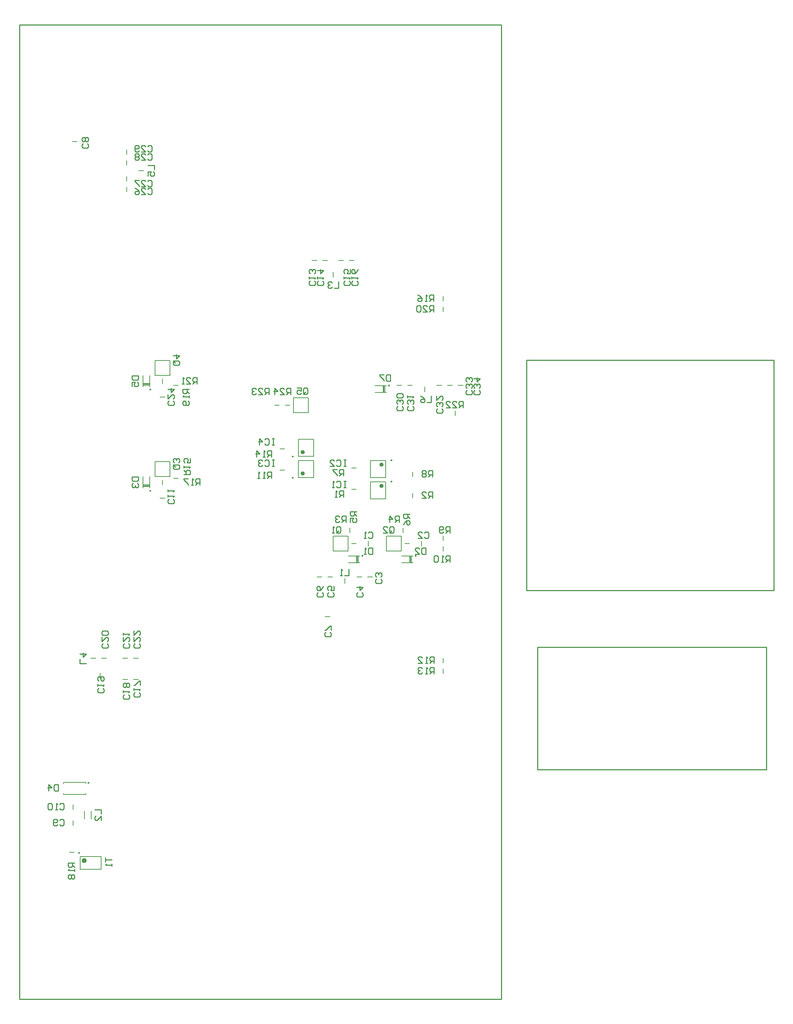
<source format=gbo>
G04 Layer_Color=32896*
%FSLAX44Y44*%
%MOMM*%
G71*
G01*
G75*
%ADD10C,0.5000*%
%ADD44C,0.2000*%
%ADD45C,0.2540*%
%ADD46C,0.1270*%
%ADD80C,0.1016*%
%ADD81C,0.6000*%
%ADD82C,0.2500*%
D10*
X578450Y980100D02*
G03*
X578450Y980100I-2500J0D01*
G01*
Y929300D02*
G03*
X578450Y929300I-2500J0D01*
G01*
X766400Y950300D02*
G03*
X766400Y950300I-2500J0D01*
G01*
Y899500D02*
G03*
X766400Y899500I-2500J0D01*
G01*
D44*
X838200Y870800D02*
Y881800D01*
X172050Y488840D02*
X183550D01*
X172050Y438040D02*
X183550D01*
X508850Y1092200D02*
X519850D01*
X534250D02*
X545250D01*
X94850Y-15500D02*
Y15500D01*
X44850Y-15500D02*
Y15500D01*
Y-15500D02*
X94850D01*
X44850Y15500D02*
X94850D01*
X241300Y1143850D02*
Y1154850D01*
X910750Y1315300D02*
Y1326300D01*
X267550Y1139350D02*
X278550D01*
X19900Y25400D02*
X30900D01*
X241300Y902550D02*
Y913550D01*
X910750Y1340700D02*
Y1351700D01*
X267550Y918050D02*
X278550D01*
X910750Y451700D02*
Y462700D01*
Y477100D02*
Y488100D01*
Y743800D02*
Y754800D01*
Y769200D02*
Y780200D01*
X693000Y942500D02*
X704000D01*
X820000Y762000D02*
X831000D01*
X693000D02*
X704000D01*
X693000Y891700D02*
X704000D01*
X184500Y1651800D02*
X196500D01*
X70200Y488840D02*
X82200D01*
X648500Y1397350D02*
Y1409350D01*
X55500Y104800D02*
Y123800D01*
X71500Y104800D02*
Y123800D01*
X676800Y667100D02*
Y679100D01*
X565950Y970100D02*
Y1011100D01*
Y970100D02*
X602450D01*
Y1011100D01*
X565950D02*
X602450D01*
X565950Y919300D02*
Y960300D01*
Y919300D02*
X602450D01*
Y960300D01*
X565950D02*
X602450D01*
X773900Y919300D02*
Y960300D01*
X737400D02*
X773900D01*
X737400Y919300D02*
Y960300D01*
Y919300D02*
X773900D01*
Y868500D02*
Y909500D01*
X737400D02*
X773900D01*
X737400Y868500D02*
Y909500D01*
Y868500D02*
X773900D01*
X211200Y1136250D02*
Y1163250D01*
X195200Y1136250D02*
Y1163250D01*
Y1139750D02*
X211200D01*
X195200Y1141750D02*
X211200D01*
X195200Y1143750D02*
X211200D01*
X5250Y163300D02*
Y166050D01*
X58250Y163300D02*
Y166050D01*
X5250Y189550D02*
Y192300D01*
X58250Y189550D02*
Y192300D01*
X5250Y163300D02*
X58250D01*
X5250Y192300D02*
X58250D01*
X211200Y894550D02*
Y921550D01*
X195200Y894550D02*
Y921550D01*
Y898050D02*
X211200D01*
X195200Y900050D02*
X211200D01*
X195200Y902050D02*
X211200D01*
X812000Y731900D02*
X839000D01*
X812000Y715900D02*
X839000D01*
X835500D02*
Y731900D01*
X833500Y715900D02*
Y731900D01*
X831500Y715900D02*
Y731900D01*
X685000D02*
X712000D01*
X685000Y715900D02*
X712000D01*
X708500D02*
Y731900D01*
X706500Y715900D02*
Y731900D01*
X704500Y715900D02*
Y731900D01*
X156100Y1690500D02*
Y1702000D01*
Y1665100D02*
Y1676600D01*
Y1627000D02*
Y1638500D01*
Y1601600D02*
Y1613100D01*
X235550Y1111250D02*
X247050D01*
X146650Y488840D02*
X158150D01*
X95850D02*
X107350D01*
X92600Y441290D02*
Y452790D01*
X146650Y438040D02*
X158150D01*
X687200Y1437750D02*
X698700D01*
X661800D02*
X673300D01*
X623700D02*
X635200D01*
X598300D02*
X609800D01*
X235550Y869950D02*
X247050D01*
X28050Y127600D02*
Y139100D01*
Y89500D02*
Y101000D01*
X26000Y1720850D02*
X37500D01*
X629250Y587900D02*
X640750D01*
X610200Y682100D02*
X621700D01*
X635600D02*
X647100D01*
X705450D02*
X716950D01*
X730850D02*
X742350D01*
X859900Y756250D02*
Y767750D01*
X732900Y756250D02*
Y767750D01*
X815500Y788250D02*
Y799250D01*
X521550Y987900D02*
X532550D01*
X838200Y921600D02*
Y932600D01*
X521550Y937100D02*
X532550D01*
X688500Y788250D02*
Y799250D01*
X939800Y1067650D02*
Y1078650D01*
X867300Y1124300D02*
Y1136300D01*
X946750Y1139300D02*
X958250D01*
X921350D02*
X932850D01*
X895950D02*
X907450D01*
X826100D02*
X837600D01*
X800700D02*
X812200D01*
X768000Y1122300D02*
Y1138300D01*
X770000Y1122300D02*
Y1138300D01*
X772000Y1122300D02*
Y1138300D01*
X748500Y1122300D02*
X775500D01*
X748500Y1138300D02*
X775500D01*
D45*
X-100000Y-325000D02*
X1050000D01*
Y2000000D01*
X-100000D02*
X1050000D01*
X-100000Y-325000D02*
Y2000000D01*
X1682750Y222250D02*
Y514350D01*
X1136650D02*
X1682750D01*
X1136650Y222250D02*
X1682750D01*
X1136650D02*
Y514350D01*
X1110000Y650000D02*
Y1200000D01*
X1700000D01*
Y650000D02*
Y1200000D01*
X1110000Y650000D02*
X1700000D01*
X546862Y1117600D02*
Y1132835D01*
X539244D01*
X536705Y1130296D01*
Y1125218D01*
X539244Y1122678D01*
X546862D01*
X541784D02*
X536705Y1117600D01*
X521470D02*
X531627D01*
X521470Y1127757D01*
Y1130296D01*
X524009Y1132835D01*
X529088D01*
X531627Y1130296D01*
X508774Y1117600D02*
Y1132835D01*
X516392Y1125218D01*
X506235D01*
X495300Y1117600D02*
Y1132835D01*
X487682D01*
X485143Y1130296D01*
Y1125218D01*
X487682Y1122678D01*
X495300D01*
X490222D02*
X485143Y1117600D01*
X469908D02*
X480065D01*
X469908Y1127757D01*
Y1130296D01*
X472447Y1132835D01*
X477526D01*
X480065Y1130296D01*
X464830D02*
X462291Y1132835D01*
X457212D01*
X454673Y1130296D01*
Y1127757D01*
X457212Y1125218D01*
X459752D01*
X457212D01*
X454673Y1122678D01*
Y1120139D01*
X457212Y1117600D01*
X462291D01*
X464830Y1120139D01*
X577345Y1120647D02*
Y1130804D01*
X579884Y1133343D01*
X584963D01*
X587502Y1130804D01*
Y1120647D01*
X584963Y1118108D01*
X579884D01*
X582424Y1123186D02*
X577345Y1118108D01*
X579884D02*
X577345Y1120647D01*
X562110Y1133343D02*
X572267D01*
Y1125725D01*
X567189Y1128265D01*
X564649D01*
X562110Y1125725D01*
Y1120647D01*
X564649Y1118108D01*
X569728D01*
X572267Y1120647D01*
X168915Y1162450D02*
X184150D01*
Y1154833D01*
X181611Y1152293D01*
X171454D01*
X168915Y1154833D01*
Y1162450D01*
Y1137058D02*
Y1147215D01*
X176532D01*
X173993Y1142137D01*
Y1139597D01*
X176532Y1137058D01*
X181611D01*
X184150Y1139597D01*
Y1144676D01*
X181611Y1147215D01*
X869950Y751835D02*
Y736600D01*
X862333D01*
X859793Y739139D01*
Y749296D01*
X862333Y751835D01*
X869950D01*
X844558Y736600D02*
X854715D01*
X844558Y746757D01*
Y749296D01*
X847097Y751835D01*
X852176D01*
X854715Y749296D01*
X927100Y717550D02*
Y732785D01*
X919482D01*
X916943Y730246D01*
Y725167D01*
X919482Y722628D01*
X927100D01*
X922022D02*
X916943Y717550D01*
X911865D02*
X906787D01*
X909326D01*
Y732785D01*
X911865Y730246D01*
X899169D02*
X896630Y732785D01*
X891552D01*
X889012Y730246D01*
Y720089D01*
X891552Y717550D01*
X896630D01*
X899169Y720089D01*
Y730246D01*
X927100Y787400D02*
Y802635D01*
X919482D01*
X916943Y800096D01*
Y795017D01*
X919482Y792478D01*
X927100D01*
X922022D02*
X916943Y787400D01*
X911865Y789939D02*
X909326Y787400D01*
X904247D01*
X901708Y789939D01*
Y800096D01*
X904247Y802635D01*
X909326D01*
X911865Y800096D01*
Y797557D01*
X909326Y795017D01*
X901708D01*
X831850Y831850D02*
X816615D01*
Y824232D01*
X819154Y821693D01*
X824232D01*
X826772Y824232D01*
Y831850D01*
Y826772D02*
X831850Y821693D01*
X816615Y806458D02*
X819154Y811537D01*
X824232Y816615D01*
X829311D01*
X831850Y814076D01*
Y808997D01*
X829311Y806458D01*
X826772D01*
X824232Y808997D01*
Y816615D01*
X806450Y812800D02*
Y828035D01*
X798832D01*
X796293Y825496D01*
Y820417D01*
X798832Y817878D01*
X806450D01*
X801372D02*
X796293Y812800D01*
X783597D02*
Y828035D01*
X791215Y820417D01*
X781058D01*
X783593Y789939D02*
Y800096D01*
X786133Y802635D01*
X791211D01*
X793750Y800096D01*
Y789939D01*
X791211Y787400D01*
X786133D01*
X788672Y792478D02*
X783593Y787400D01*
X786133D02*
X783593Y789939D01*
X768358Y787400D02*
X778515D01*
X768358Y797557D01*
Y800096D01*
X770897Y802635D01*
X775976D01*
X778515Y800096D01*
X685800Y701035D02*
Y685800D01*
X675643D01*
X670565D02*
X665487D01*
X668026D01*
Y701035D01*
X670565Y698496D01*
X641346Y549907D02*
X643885Y547368D01*
Y542289D01*
X641346Y539750D01*
X631189D01*
X628650Y542289D01*
Y547368D01*
X631189Y549907D01*
X643885Y554985D02*
Y565142D01*
X641346D01*
X631189Y554985D01*
X628650D01*
X622296Y645157D02*
X624835Y642617D01*
Y637539D01*
X622296Y635000D01*
X612139D01*
X609600Y637539D01*
Y642617D01*
X612139Y645157D01*
X624835Y660392D02*
X622296Y655313D01*
X617217Y650235D01*
X612139D01*
X609600Y652774D01*
Y657853D01*
X612139Y660392D01*
X614678D01*
X617217Y657853D01*
Y650235D01*
X647696Y645157D02*
X650235Y642617D01*
Y637539D01*
X647696Y635000D01*
X637539D01*
X635000Y637539D01*
Y642617D01*
X637539Y645157D01*
X650235Y660392D02*
Y650235D01*
X642617D01*
X645157Y655313D01*
Y657853D01*
X642617Y660392D01*
X637539D01*
X635000Y657853D01*
Y652774D01*
X637539Y650235D01*
X717546Y645157D02*
X720085Y642617D01*
Y637539D01*
X717546Y635000D01*
X707389D01*
X704850Y637539D01*
Y642617D01*
X707389Y645157D01*
X704850Y657853D02*
X720085D01*
X712467Y650235D01*
Y660392D01*
X761996Y676907D02*
X764535Y674368D01*
Y669289D01*
X761996Y666750D01*
X751839D01*
X749300Y669289D01*
Y674368D01*
X751839Y676907D01*
X761996Y681985D02*
X764535Y684524D01*
Y689603D01*
X761996Y692142D01*
X759457D01*
X756917Y689603D01*
Y687063D01*
Y689603D01*
X754378Y692142D01*
X751839D01*
X749300Y689603D01*
Y684524D01*
X751839Y681985D01*
X866143Y787396D02*
X868682Y789935D01*
X873761D01*
X876300Y787396D01*
Y777239D01*
X873761Y774700D01*
X868682D01*
X866143Y777239D01*
X850908Y774700D02*
X861065D01*
X850908Y784857D01*
Y787396D01*
X853447Y789935D01*
X858526D01*
X861065Y787396D01*
X501650Y968850D02*
Y984085D01*
X494033D01*
X491493Y981546D01*
Y976468D01*
X494033Y973928D01*
X501650D01*
X496572D02*
X491493Y968850D01*
X486415D02*
X481337D01*
X483876D01*
Y984085D01*
X486415Y981546D01*
X466101Y968850D02*
Y984085D01*
X473719Y976468D01*
X463562D01*
X885350Y920750D02*
Y935985D01*
X877732D01*
X875193Y933446D01*
Y928367D01*
X877732Y925828D01*
X885350D01*
X880272D02*
X875193Y920750D01*
X870115Y933446D02*
X867576Y935985D01*
X862497D01*
X859958Y933446D01*
Y930907D01*
X862497Y928367D01*
X859958Y925828D01*
Y923289D01*
X862497Y920750D01*
X867576D01*
X870115Y923289D01*
Y925828D01*
X867576Y928367D01*
X870115Y930907D01*
Y933446D01*
X867576Y928367D02*
X862497D01*
X673100Y923450D02*
Y938685D01*
X665482D01*
X662943Y936146D01*
Y931068D01*
X665482Y928528D01*
X673100D01*
X668022D02*
X662943Y923450D01*
X657865Y938685D02*
X647708D01*
Y936146D01*
X657865Y925989D01*
Y923450D01*
X885350Y869950D02*
Y885185D01*
X877732D01*
X875193Y882646D01*
Y877568D01*
X877732Y875028D01*
X885350D01*
X880272D02*
X875193Y869950D01*
X859958D02*
X870115D01*
X859958Y880107D01*
Y882646D01*
X862497Y885185D01*
X867576D01*
X870115Y882646D01*
X673100Y872650D02*
Y887885D01*
X665482D01*
X662943Y885346D01*
Y880267D01*
X665482Y877728D01*
X673100D01*
X668022D02*
X662943Y872650D01*
X657865D02*
X652787D01*
X655326D01*
Y887885D01*
X657865Y885346D01*
X508000Y1012185D02*
X502922D01*
X505461D01*
Y996950D01*
X508000D01*
X502922D01*
X485147Y1009646D02*
X487687Y1012185D01*
X492765D01*
X495304Y1009646D01*
Y999489D01*
X492765Y996950D01*
X487687D01*
X485147Y999489D01*
X472452Y996950D02*
Y1012185D01*
X480069Y1004567D01*
X469912D01*
X679450Y961385D02*
X674372D01*
X676911D01*
Y946150D01*
X679450D01*
X674372D01*
X656597Y958846D02*
X659137Y961385D01*
X664215D01*
X666754Y958846D01*
Y948689D01*
X664215Y946150D01*
X659137D01*
X656597Y948689D01*
X641362Y946150D02*
X651519D01*
X641362Y956307D01*
Y958846D01*
X643902Y961385D01*
X648980D01*
X651519Y958846D01*
X679450Y910585D02*
X674372D01*
X676911D01*
Y895350D01*
X679450D01*
X674372D01*
X656597Y908046D02*
X659137Y910585D01*
X664215D01*
X666754Y908046D01*
Y897889D01*
X664215Y895350D01*
X659137D01*
X656597Y897889D01*
X651519Y895350D02*
X646441D01*
X648980D01*
Y910585D01*
X651519Y908046D01*
X61845Y1716402D02*
X64384Y1713862D01*
Y1708784D01*
X61845Y1706245D01*
X51688D01*
X49149Y1708784D01*
Y1713862D01*
X51688Y1716402D01*
X61845Y1721480D02*
X64384Y1724019D01*
Y1729098D01*
X61845Y1731637D01*
X59306D01*
X56767Y1729098D01*
X54227Y1731637D01*
X51688D01*
X49149Y1729098D01*
Y1724019D01*
X51688Y1721480D01*
X54227D01*
X56767Y1724019D01*
X59306Y1721480D01*
X61845D01*
X56767Y1724019D02*
Y1729098D01*
X889000Y450850D02*
Y466085D01*
X881383D01*
X878843Y463546D01*
Y458467D01*
X881383Y455928D01*
X889000D01*
X883922D02*
X878843Y450850D01*
X873765D02*
X868687D01*
X871226D01*
Y466085D01*
X873765Y463546D01*
X861069D02*
X858530Y466085D01*
X853452D01*
X850912Y463546D01*
Y461007D01*
X853452Y458467D01*
X855991D01*
X853452D01*
X850912Y455928D01*
Y453389D01*
X853452Y450850D01*
X858530D01*
X861069Y453389D01*
X889000Y476250D02*
Y491485D01*
X881383D01*
X878843Y488946D01*
Y483867D01*
X881383Y481328D01*
X889000D01*
X883922D02*
X878843Y476250D01*
X873765D02*
X868687D01*
X871226D01*
Y491485D01*
X873765Y488946D01*
X850912Y476250D02*
X861069D01*
X850912Y486407D01*
Y488946D01*
X853452Y491485D01*
X858530D01*
X861069Y488946D01*
X269239Y949957D02*
X279396D01*
X281935Y947418D01*
Y942339D01*
X279396Y939800D01*
X269239D01*
X266700Y942339D01*
Y947418D01*
X271778Y944878D02*
X266700Y949957D01*
Y947418D02*
X269239Y949957D01*
X279396Y955035D02*
X281935Y957574D01*
Y962653D01*
X279396Y965192D01*
X276857D01*
X274317Y962653D01*
Y960113D01*
Y962653D01*
X271778Y965192D01*
X269239D01*
X266700Y962653D01*
Y957574D01*
X269239Y955035D01*
X661200Y1386835D02*
Y1371600D01*
X651043D01*
X645965Y1384296D02*
X643426Y1386835D01*
X638347D01*
X635808Y1384296D01*
Y1381757D01*
X638347Y1379218D01*
X640887D01*
X638347D01*
X635808Y1376678D01*
Y1374139D01*
X638347Y1371600D01*
X643426D01*
X645965Y1374139D01*
X508000Y961385D02*
X502922D01*
X505461D01*
Y946150D01*
X508000D01*
X502922D01*
X485147Y958846D02*
X487687Y961385D01*
X492765D01*
X495304Y958846D01*
Y948689D01*
X492765Y946150D01*
X487687D01*
X485147Y948689D01*
X480069Y958846D02*
X477530Y961385D01*
X472452D01*
X469912Y958846D01*
Y956307D01*
X472452Y953767D01*
X474991D01*
X472452D01*
X469912Y951228D01*
Y948689D01*
X472452Y946150D01*
X477530D01*
X480069Y948689D01*
X185416Y523237D02*
X187955Y520698D01*
Y515619D01*
X185416Y513080D01*
X175259D01*
X172720Y515619D01*
Y520698D01*
X175259Y523237D01*
X172720Y538472D02*
Y528315D01*
X182877Y538472D01*
X185416D01*
X187955Y535933D01*
Y530854D01*
X185416Y528315D01*
X172720Y553707D02*
Y543550D01*
X182877Y553707D01*
X185416D01*
X187955Y551168D01*
Y546089D01*
X185416Y543550D01*
X160016Y523237D02*
X162555Y520698D01*
Y515619D01*
X160016Y513080D01*
X149859D01*
X147320Y515619D01*
Y520698D01*
X149859Y523237D01*
X147320Y538472D02*
Y528315D01*
X157477Y538472D01*
X160016D01*
X162555Y535933D01*
Y530854D01*
X160016Y528315D01*
X147320Y543550D02*
Y548629D01*
Y546089D01*
X162555D01*
X160016Y543550D01*
X109216Y523237D02*
X111755Y520698D01*
Y515619D01*
X109216Y513080D01*
X99059D01*
X96520Y515619D01*
Y520698D01*
X99059Y523237D01*
X96520Y538472D02*
Y528315D01*
X106677Y538472D01*
X109216D01*
X111755Y535933D01*
Y530854D01*
X109216Y528315D01*
Y543550D02*
X111755Y546089D01*
Y551168D01*
X109216Y553707D01*
X99059D01*
X96520Y551168D01*
Y546089D01*
X99059Y543550D01*
X109216D01*
X185416Y406397D02*
X187955Y403857D01*
Y398779D01*
X185416Y396240D01*
X175259D01*
X172720Y398779D01*
Y403857D01*
X175259Y406397D01*
X172720Y411475D02*
Y416553D01*
Y414014D01*
X187955D01*
X185416Y411475D01*
X187955Y424171D02*
Y434328D01*
X185416D01*
X175259Y424171D01*
X172720D01*
X160016Y401317D02*
X162555Y398778D01*
Y393699D01*
X160016Y391160D01*
X149859D01*
X147320Y393699D01*
Y398778D01*
X149859Y401317D01*
X147320Y406395D02*
Y411473D01*
Y408934D01*
X162555D01*
X160016Y406395D01*
Y419091D02*
X162555Y421630D01*
Y426708D01*
X160016Y429248D01*
X157477D01*
X154937Y426708D01*
X152398Y429248D01*
X149859D01*
X147320Y426708D01*
Y421630D01*
X149859Y419091D01*
X152398D01*
X154937Y421630D01*
X157477Y419091D01*
X160016D01*
X154937Y421630D02*
Y426708D01*
X99056Y416557D02*
X101595Y414017D01*
Y408939D01*
X99056Y406400D01*
X88899D01*
X86360Y408939D01*
Y414017D01*
X88899Y416557D01*
X86360Y421635D02*
Y426713D01*
Y424174D01*
X101595D01*
X99056Y421635D01*
X88899Y434331D02*
X86360Y436870D01*
Y441949D01*
X88899Y444488D01*
X99056D01*
X101595Y441949D01*
Y436870D01*
X99056Y434331D01*
X96517D01*
X93977Y436870D01*
Y444488D01*
X266696Y867407D02*
X269235Y864867D01*
Y859789D01*
X266696Y857250D01*
X256539D01*
X254000Y859789D01*
Y864867D01*
X256539Y867407D01*
X254000Y872485D02*
Y877563D01*
Y875024D01*
X269235D01*
X266696Y872485D01*
X254000Y885181D02*
Y890259D01*
Y887720D01*
X269235D01*
X266696Y885181D01*
X604046Y1388107D02*
X606585Y1385568D01*
Y1380489D01*
X604046Y1377950D01*
X593889D01*
X591350Y1380489D01*
Y1385568D01*
X593889Y1388107D01*
X591350Y1393185D02*
Y1398263D01*
Y1395724D01*
X606585D01*
X604046Y1393185D01*
Y1405881D02*
X606585Y1408420D01*
Y1413499D01*
X604046Y1416038D01*
X601507D01*
X598968Y1413499D01*
Y1410959D01*
Y1413499D01*
X596428Y1416038D01*
X593889D01*
X591350Y1413499D01*
Y1408420D01*
X593889Y1405881D01*
X623096Y1388107D02*
X625635Y1385568D01*
Y1380489D01*
X623096Y1377950D01*
X612939D01*
X610400Y1380489D01*
Y1385568D01*
X612939Y1388107D01*
X610400Y1393185D02*
Y1398263D01*
Y1395724D01*
X625635D01*
X623096Y1393185D01*
X610400Y1413499D02*
X625635D01*
X618018Y1405881D01*
Y1416038D01*
X686596Y1388107D02*
X689135Y1385568D01*
Y1380489D01*
X686596Y1377950D01*
X676439D01*
X673900Y1380489D01*
Y1385568D01*
X676439Y1388107D01*
X673900Y1393185D02*
Y1398263D01*
Y1395724D01*
X689135D01*
X686596Y1393185D01*
X689135Y1416038D02*
Y1405881D01*
X681517D01*
X684057Y1410959D01*
Y1413499D01*
X681517Y1416038D01*
X676439D01*
X673900Y1413499D01*
Y1408420D01*
X676439Y1405881D01*
X705646Y1388107D02*
X708185Y1385568D01*
Y1380489D01*
X705646Y1377950D01*
X695489D01*
X692950Y1380489D01*
Y1385568D01*
X695489Y1388107D01*
X692950Y1393185D02*
Y1398263D01*
Y1395724D01*
X708185D01*
X705646Y1393185D01*
X708185Y1416038D02*
X705646Y1410959D01*
X700567Y1405881D01*
X695489D01*
X692950Y1408420D01*
Y1413499D01*
X695489Y1416038D01*
X698028D01*
X700567Y1413499D01*
Y1405881D01*
X266696Y1102357D02*
X269235Y1099818D01*
Y1094739D01*
X266696Y1092200D01*
X256539D01*
X254000Y1094739D01*
Y1099818D01*
X256539Y1102357D01*
X254000Y1117592D02*
Y1107435D01*
X264157Y1117592D01*
X266696D01*
X269235Y1115053D01*
Y1109974D01*
X266696Y1107435D01*
X254000Y1130288D02*
X269235D01*
X261618Y1122670D01*
Y1132827D01*
X205743Y1607346D02*
X208282Y1609885D01*
X213361D01*
X215900Y1607346D01*
Y1597189D01*
X213361Y1594650D01*
X208282D01*
X205743Y1597189D01*
X190508Y1594650D02*
X200665D01*
X190508Y1604807D01*
Y1607346D01*
X193047Y1609885D01*
X198126D01*
X200665Y1607346D01*
X175273Y1609885D02*
X180352Y1607346D01*
X185430Y1602267D01*
Y1597189D01*
X182891Y1594650D01*
X177812D01*
X175273Y1597189D01*
Y1599728D01*
X177812Y1602267D01*
X185430D01*
X205743Y1626396D02*
X208282Y1628935D01*
X213361D01*
X215900Y1626396D01*
Y1616239D01*
X213361Y1613700D01*
X208282D01*
X205743Y1616239D01*
X190508Y1613700D02*
X200665D01*
X190508Y1623857D01*
Y1626396D01*
X193047Y1628935D01*
X198126D01*
X200665Y1626396D01*
X185430Y1628935D02*
X175273D01*
Y1626396D01*
X185430Y1616239D01*
Y1613700D01*
X205743Y1689896D02*
X208282Y1692435D01*
X213361D01*
X215900Y1689896D01*
Y1679739D01*
X213361Y1677200D01*
X208282D01*
X205743Y1679739D01*
X190508Y1677200D02*
X200665D01*
X190508Y1687357D01*
Y1689896D01*
X193047Y1692435D01*
X198126D01*
X200665Y1689896D01*
X185430D02*
X182891Y1692435D01*
X177812D01*
X175273Y1689896D01*
Y1687357D01*
X177812Y1684818D01*
X175273Y1682278D01*
Y1679739D01*
X177812Y1677200D01*
X182891D01*
X185430Y1679739D01*
Y1682278D01*
X182891Y1684818D01*
X185430Y1687357D01*
Y1689896D01*
X182891Y1684818D02*
X177812D01*
X205743Y1708946D02*
X208282Y1711485D01*
X213361D01*
X215900Y1708946D01*
Y1698789D01*
X213361Y1696250D01*
X208282D01*
X205743Y1698789D01*
X190508Y1696250D02*
X200665D01*
X190508Y1706407D01*
Y1708946D01*
X193047Y1711485D01*
X198126D01*
X200665Y1708946D01*
X185430Y1698789D02*
X182891Y1696250D01*
X177812D01*
X175273Y1698789D01*
Y1708946D01*
X177812Y1711485D01*
X182891D01*
X185430Y1708946D01*
Y1706407D01*
X182891Y1703867D01*
X175273D01*
X742950Y751835D02*
Y736600D01*
X735332D01*
X732793Y739139D01*
Y749296D01*
X735332Y751835D01*
X742950D01*
X727715Y736600D02*
X722637D01*
X725176D01*
Y751835D01*
X727715Y749296D01*
X168915Y920750D02*
X184150D01*
Y913132D01*
X181611Y910593D01*
X171454D01*
X168915Y913132D01*
Y920750D01*
X171454Y905515D02*
X168915Y902976D01*
Y897897D01*
X171454Y895358D01*
X173993D01*
X176532Y897897D01*
Y900437D01*
Y897897D01*
X179072Y895358D01*
X181611D01*
X184150Y897897D01*
Y902976D01*
X181611Y905515D01*
X59685Y476140D02*
X44450D01*
Y486297D01*
Y498993D02*
X59685D01*
X52068Y491375D01*
Y501532D01*
X207015Y1664500D02*
X222250D01*
Y1654343D01*
X207015Y1639108D02*
Y1649265D01*
X214632D01*
X212093Y1644187D01*
Y1641647D01*
X214632Y1639108D01*
X219711D01*
X222250Y1641647D01*
Y1646726D01*
X219711Y1649265D01*
X269239Y1197607D02*
X279396D01*
X281935Y1195068D01*
Y1189989D01*
X279396Y1187450D01*
X269239D01*
X266700Y1189989D01*
Y1195068D01*
X271778Y1192528D02*
X266700Y1197607D01*
Y1195068D02*
X269239Y1197607D01*
X266700Y1210303D02*
X281935D01*
X274317Y1202685D01*
Y1212842D01*
X292100Y927100D02*
X307335D01*
Y934717D01*
X304796Y937257D01*
X299718D01*
X297178Y934717D01*
Y927100D01*
Y932178D02*
X292100Y937257D01*
Y942335D02*
Y947413D01*
Y944874D01*
X307335D01*
X304796Y942335D01*
X307335Y965188D02*
Y955031D01*
X299718D01*
X302257Y960109D01*
Y962648D01*
X299718Y965188D01*
X294639D01*
X292100Y962648D01*
Y957570D01*
X294639Y955031D01*
X330200Y901700D02*
Y916935D01*
X322583D01*
X320043Y914396D01*
Y909317D01*
X322583Y906778D01*
X330200D01*
X325122D02*
X320043Y901700D01*
X314965D02*
X309887D01*
X312426D01*
Y916935D01*
X314965Y914396D01*
X302269Y916935D02*
X292112D01*
Y914396D01*
X302269Y904239D01*
Y901700D01*
X888050Y1339850D02*
Y1355085D01*
X880433D01*
X877893Y1352546D01*
Y1347467D01*
X880433Y1344928D01*
X888050D01*
X882972D02*
X877893Y1339850D01*
X872815D02*
X867737D01*
X870276D01*
Y1355085D01*
X872815Y1352546D01*
X849962Y1355085D02*
X855041Y1352546D01*
X860119Y1347467D01*
Y1342389D01*
X857580Y1339850D01*
X852502D01*
X849962Y1342389D01*
Y1344928D01*
X852502Y1347467D01*
X860119D01*
X501650Y918050D02*
Y933285D01*
X494033D01*
X491493Y930746D01*
Y925667D01*
X494033Y923128D01*
X501650D01*
X496572D02*
X491493Y918050D01*
X486415D02*
X481337D01*
X483876D01*
Y933285D01*
X486415Y930746D01*
X473719Y918050D02*
X468641D01*
X471180D01*
Y933285D01*
X473719Y930746D01*
X304800Y1130300D02*
X289565D01*
Y1122682D01*
X292104Y1120143D01*
X297183D01*
X299722Y1122682D01*
Y1130300D01*
Y1125222D02*
X304800Y1120143D01*
Y1115065D02*
Y1109987D01*
Y1112526D01*
X289565D01*
X292104Y1115065D01*
X302261Y1102369D02*
X304800Y1099830D01*
Y1094752D01*
X302261Y1092212D01*
X292104D01*
X289565Y1094752D01*
Y1099830D01*
X292104Y1102369D01*
X294643D01*
X297183Y1099830D01*
Y1092212D01*
X323850Y1143000D02*
Y1158235D01*
X316232D01*
X313693Y1155696D01*
Y1150618D01*
X316232Y1148078D01*
X323850D01*
X318772D02*
X313693Y1143000D01*
X298458D02*
X308615D01*
X298458Y1153157D01*
Y1155696D01*
X300997Y1158235D01*
X306076D01*
X308615Y1155696D01*
X293380Y1143000D02*
X288302D01*
X290841D01*
Y1158235D01*
X293380Y1155696D01*
X888050Y1314450D02*
Y1329685D01*
X880433D01*
X877893Y1327146D01*
Y1322068D01*
X880433Y1319528D01*
X888050D01*
X882972D02*
X877893Y1314450D01*
X862658D02*
X872815D01*
X862658Y1324607D01*
Y1327146D01*
X865197Y1329685D01*
X870276D01*
X872815Y1327146D01*
X857580D02*
X855041Y1329685D01*
X849962D01*
X847423Y1327146D01*
Y1316989D01*
X849962Y1314450D01*
X855041D01*
X857580Y1316989D01*
Y1327146D01*
X80015Y127000D02*
X95250D01*
Y116843D01*
Y101608D02*
Y111765D01*
X85093Y101608D01*
X82554D01*
X80015Y104147D01*
Y109226D01*
X82554Y111765D01*
X-3807Y101596D02*
X-1268Y104135D01*
X3811D01*
X6350Y101596D01*
Y91439D01*
X3811Y88900D01*
X-1268D01*
X-3807Y91439D01*
X-8885D02*
X-11424Y88900D01*
X-16503D01*
X-19042Y91439D01*
Y101596D01*
X-16503Y104135D01*
X-11424D01*
X-8885Y101596D01*
Y99057D01*
X-11424Y96517D01*
X-19042D01*
X-3807Y139696D02*
X-1268Y142235D01*
X3811D01*
X6350Y139696D01*
Y129539D01*
X3811Y127000D01*
X-1268D01*
X-3807Y129539D01*
X-8885Y127000D02*
X-13963D01*
X-11424D01*
Y142235D01*
X-8885Y139696D01*
X-21581D02*
X-24120Y142235D01*
X-29199D01*
X-31738Y139696D01*
Y129539D01*
X-29199Y127000D01*
X-24120D01*
X-21581Y129539D01*
Y139696D01*
X-7800Y186685D02*
Y171450D01*
X-15417D01*
X-17957Y173989D01*
Y184146D01*
X-15417Y186685D01*
X-7800D01*
X-30653Y171450D02*
Y186685D01*
X-23035Y179067D01*
X-33192D01*
X31750Y0D02*
X16515D01*
Y-7617D01*
X19054Y-10157D01*
X24132D01*
X26672Y-7617D01*
Y0D01*
Y-5078D02*
X31750Y-10157D01*
Y-15235D02*
Y-20313D01*
Y-17774D01*
X16515D01*
X19054Y-15235D01*
Y-27931D02*
X16515Y-30470D01*
Y-35549D01*
X19054Y-38088D01*
X21593D01*
X24132Y-35549D01*
X26672Y-38088D01*
X29211D01*
X31750Y-35549D01*
Y-30470D01*
X29211Y-27931D01*
X26672D01*
X24132Y-30470D01*
X21593Y-27931D01*
X19054D01*
X24132Y-30470D02*
Y-35549D01*
X105415Y12700D02*
Y2543D01*
Y7622D01*
X120650D01*
Y-2535D02*
Y-7613D01*
Y-5074D01*
X105415D01*
X107954Y-2535D01*
X732793Y787396D02*
X735332Y789935D01*
X740411D01*
X742950Y787396D01*
Y777239D01*
X740411Y774700D01*
X735332D01*
X732793Y777239D01*
X727715Y774700D02*
X722637D01*
X725176D01*
Y789935D01*
X727715Y787396D01*
X656593Y789939D02*
Y800096D01*
X659133Y802635D01*
X664211D01*
X666750Y800096D01*
Y789939D01*
X664211Y787400D01*
X659133D01*
X661672Y792478D02*
X656593Y787400D01*
X659133D02*
X656593Y789939D01*
X651515Y787400D02*
X646437D01*
X648976D01*
Y802635D01*
X651515Y800096D01*
X679450Y812800D02*
Y828035D01*
X671833D01*
X669293Y825496D01*
Y820417D01*
X671833Y817878D01*
X679450D01*
X674372D02*
X669293Y812800D01*
X664215Y825496D02*
X661676Y828035D01*
X656597D01*
X654058Y825496D01*
Y822957D01*
X656597Y820417D01*
X659137D01*
X656597D01*
X654058Y817878D01*
Y815339D01*
X656597Y812800D01*
X661676D01*
X664215Y815339D01*
X704850Y838200D02*
X689615D01*
Y830583D01*
X692154Y828043D01*
X697233D01*
X699772Y830583D01*
Y838200D01*
Y833122D02*
X704850Y828043D01*
X689615Y812808D02*
Y822965D01*
X697233D01*
X694693Y817887D01*
Y815347D01*
X697233Y812808D01*
X702311D01*
X704850Y815347D01*
Y820426D01*
X702311Y822965D01*
X958850Y1085850D02*
Y1101085D01*
X951233D01*
X948693Y1098546D01*
Y1093467D01*
X951233Y1090928D01*
X958850D01*
X953772D02*
X948693Y1085850D01*
X933458D02*
X943615D01*
X933458Y1096007D01*
Y1098546D01*
X935997Y1101085D01*
X941076D01*
X943615Y1098546D01*
X918223Y1085850D02*
X928380D01*
X918223Y1096007D01*
Y1098546D01*
X920762Y1101085D01*
X925841D01*
X928380Y1098546D01*
X882650Y1113785D02*
Y1098550D01*
X872493D01*
X857258Y1113785D02*
X862337Y1111246D01*
X867415Y1106168D01*
Y1101089D01*
X864876Y1098550D01*
X859797D01*
X857258Y1101089D01*
Y1103628D01*
X859797Y1106168D01*
X867415D01*
X996946Y1127757D02*
X999485Y1125218D01*
Y1120139D01*
X996946Y1117600D01*
X986789D01*
X984250Y1120139D01*
Y1125218D01*
X986789Y1127757D01*
X996946Y1132835D02*
X999485Y1135374D01*
Y1140453D01*
X996946Y1142992D01*
X994407D01*
X991868Y1140453D01*
Y1137913D01*
Y1140453D01*
X989328Y1142992D01*
X986789D01*
X984250Y1140453D01*
Y1135374D01*
X986789Y1132835D01*
X984250Y1155688D02*
X999485D01*
X991868Y1148070D01*
Y1158227D01*
X977896Y1127757D02*
X980435Y1125218D01*
Y1120139D01*
X977896Y1117600D01*
X967739D01*
X965200Y1120139D01*
Y1125218D01*
X967739Y1127757D01*
X977896Y1132835D02*
X980435Y1135374D01*
Y1140453D01*
X977896Y1142992D01*
X975357D01*
X972818Y1140453D01*
Y1137913D01*
Y1140453D01*
X970278Y1142992D01*
X967739D01*
X965200Y1140453D01*
Y1135374D01*
X967739Y1132835D01*
X977896Y1148070D02*
X980435Y1150609D01*
Y1155688D01*
X977896Y1158227D01*
X975357D01*
X972818Y1155688D01*
Y1153148D01*
Y1155688D01*
X970278Y1158227D01*
X967739D01*
X965200Y1155688D01*
Y1150609D01*
X967739Y1148070D01*
X908046Y1083307D02*
X910585Y1080768D01*
Y1075689D01*
X908046Y1073150D01*
X897889D01*
X895350Y1075689D01*
Y1080768D01*
X897889Y1083307D01*
X908046Y1088385D02*
X910585Y1090924D01*
Y1096003D01*
X908046Y1098542D01*
X905507D01*
X902968Y1096003D01*
Y1093463D01*
Y1096003D01*
X900428Y1098542D01*
X897889D01*
X895350Y1096003D01*
Y1090924D01*
X897889Y1088385D01*
X895350Y1113777D02*
Y1103620D01*
X905507Y1113777D01*
X908046D01*
X910585Y1111238D01*
Y1106159D01*
X908046Y1103620D01*
X838196Y1089657D02*
X840735Y1087117D01*
Y1082039D01*
X838196Y1079500D01*
X828039D01*
X825500Y1082039D01*
Y1087117D01*
X828039Y1089657D01*
X838196Y1094735D02*
X840735Y1097274D01*
Y1102353D01*
X838196Y1104892D01*
X835657D01*
X833118Y1102353D01*
Y1099813D01*
Y1102353D01*
X830578Y1104892D01*
X828039D01*
X825500Y1102353D01*
Y1097274D01*
X828039Y1094735D01*
X825500Y1109970D02*
Y1115049D01*
Y1112509D01*
X840735D01*
X838196Y1109970D01*
X812796Y1089657D02*
X815335Y1087117D01*
Y1082039D01*
X812796Y1079500D01*
X802639D01*
X800100Y1082039D01*
Y1087117D01*
X802639Y1089657D01*
X812796Y1094735D02*
X815335Y1097274D01*
Y1102353D01*
X812796Y1104892D01*
X810257D01*
X807718Y1102353D01*
Y1099813D01*
Y1102353D01*
X805178Y1104892D01*
X802639D01*
X800100Y1102353D01*
Y1097274D01*
X802639Y1094735D01*
X812796Y1109970D02*
X815335Y1112509D01*
Y1117588D01*
X812796Y1120127D01*
X802639D01*
X800100Y1117588D01*
Y1112509D01*
X802639Y1109970D01*
X812796D01*
X785334Y1164839D02*
Y1149604D01*
X777717D01*
X775177Y1152143D01*
Y1162300D01*
X777717Y1164839D01*
X785334D01*
X770099D02*
X759942D01*
Y1162300D01*
X770099Y1152143D01*
Y1149604D01*
D46*
X553720Y1074420D02*
Y1109980D01*
Y1074420D02*
X589280D01*
Y1109980D01*
X553720D02*
X589280D01*
X223520Y1163320D02*
X259080D01*
Y1198880D01*
X223520D02*
X259080D01*
X223520Y1163320D02*
Y1198880D01*
Y922020D02*
X259080D01*
Y957580D01*
X223520D02*
X259080D01*
X223520Y922020D02*
Y957580D01*
X811530Y744220D02*
Y779780D01*
X775970D02*
X811530D01*
X775970Y744220D02*
Y779780D01*
Y744220D02*
X811530D01*
X684530D02*
Y779780D01*
X648970D02*
X684530D01*
X648970Y744220D02*
Y779780D01*
Y744220D02*
X684530D01*
D80*
X556260Y1076452D02*
G03*
X556260Y1076452I-508J0D01*
G01*
X257556Y1165352D02*
G03*
X257556Y1165352I-508J0D01*
G01*
Y924052D02*
G03*
X257556Y924052I-508J0D01*
G01*
X810006Y777748D02*
G03*
X810006Y777748I-508J0D01*
G01*
X683006D02*
G03*
X683006Y777748I-508J0D01*
G01*
D81*
X57600Y5500D02*
G03*
X57600Y5500I-3000J0D01*
G01*
D82*
X43550Y24000D02*
G03*
X43550Y24000I-1250J0D01*
G01*
X553450Y969600D02*
G03*
X553450Y969600I-1250J0D01*
G01*
Y918800D02*
G03*
X553450Y918800I-1250J0D01*
G01*
X788900Y960800D02*
G03*
X788900Y960800I-1250J0D01*
G01*
Y910000D02*
G03*
X788900Y910000I-1250J0D01*
G01*
X213450Y1129750D02*
G03*
X213450Y1129750I-1250J0D01*
G01*
X66000Y191050D02*
G03*
X66000Y191050I-1250J0D01*
G01*
X213450Y888050D02*
G03*
X213450Y888050I-1250J0D01*
G01*
X846750Y732900D02*
G03*
X846750Y732900I-1250J0D01*
G01*
X719750D02*
G03*
X719750Y732900I-1250J0D01*
G01*
X783250Y1139300D02*
G03*
X783250Y1139300I-1250J0D01*
G01*
M02*

</source>
